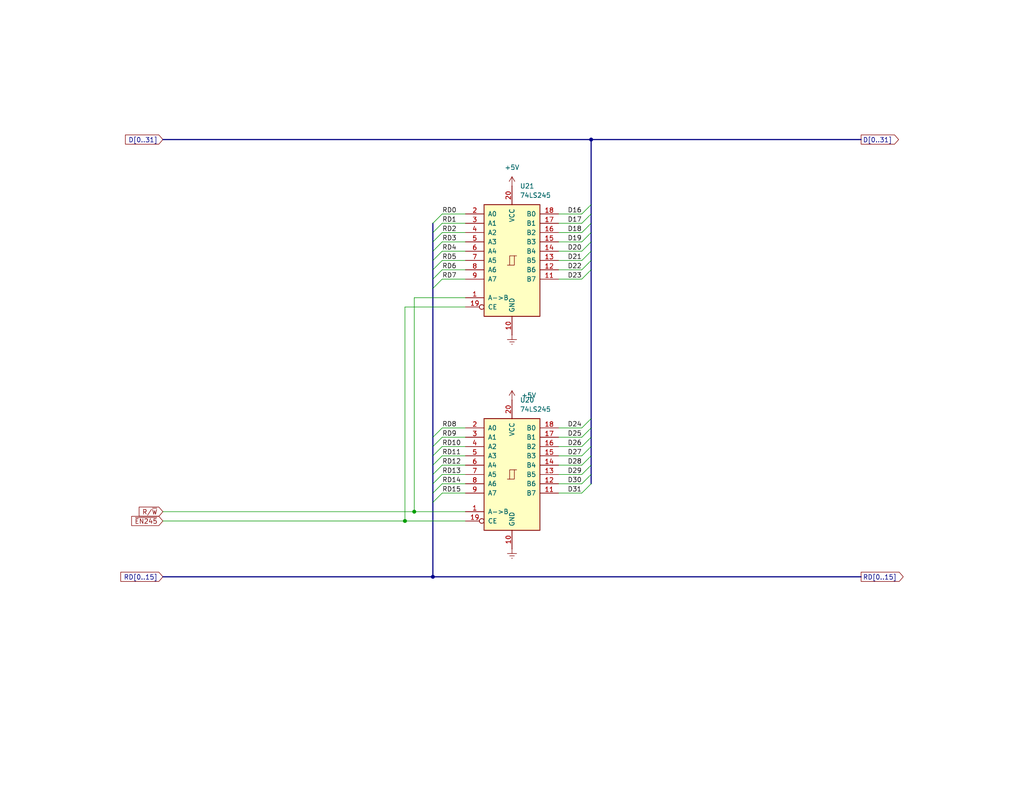
<source format=kicad_sch>
(kicad_sch (version 20250114) (generator "eeschema") (generator_version "9.0")
  (paper "USLetter")
  (title_block (title "Macintosh Classic II Revision B") (date "2025-06-04") (company "Apple Computer") (comment 1 "drawn by Bradley Bell"))
  (lib_symbols
    (symbol "74xx:74LS245" (pin_names (offset 1.016))
      (property "Reference" "U" (at -7.62 16.51 0))
      (property "Value" "74LS245" (at -7.62 -16.51 0))
      (symbol "74LS245_1_0"
        (polyline (pts (xy -1.27 -1.27) (xy 0.635 -1.27) (xy 0.635 1.27) (xy 1.27 1.27)))
        (polyline (pts (xy -0.635 -1.27) (xy -0.635 1.27) (xy 0.635 1.27)))
        (pin tri_state line (at -12.7 12.7 0) (length 5.08) (name "A0") (number "2"))
        (pin tri_state line (at -12.7 10.16 0) (length 5.08) (name "A1") (number "3"))
        (pin tri_state line (at -12.7 7.62 0) (length 5.08) (name "A2") (number "4"))
        (pin tri_state line (at -12.7 5.08 0) (length 5.08) (name "A3") (number "5"))
        (pin tri_state line (at -12.7 2.54 0) (length 5.08) (name "A4") (number "6"))
        (pin tri_state line (at -12.7 0 0) (length 5.08) (name "A5") (number "7"))
        (pin tri_state line (at -12.7 -2.54 0) (length 5.08) (name "A6") (number "8"))
        (pin tri_state line (at -12.7 -5.08 0) (length 5.08) (name "A7") (number "9"))
        (pin input line (at -12.7 -10.16 0) (length 5.08) (name "A->B") (number "1"))
        (pin input inverted (at -12.7 -12.7 0) (length 5.08) (name "CE") (number "19"))
        (pin power_in line (at 0 20.32 270) (length 5.08) (name "VCC") (number "20"))
        (pin power_in line (at 0 -20.32 90) (length 5.08) (name "GND") (number "10"))
        (pin tri_state line (at 12.7 12.7 180) (length 5.08) (name "B0") (number "18"))
        (pin tri_state line (at 12.7 10.16 180) (length 5.08) (name "B1") (number "17"))
        (pin tri_state line (at 12.7 7.62 180) (length 5.08) (name "B2") (number "16"))
        (pin tri_state line (at 12.7 5.08 180) (length 5.08) (name "B3") (number "15"))
        (pin tri_state line (at 12.7 2.54 180) (length 5.08) (name "B4") (number "14"))
        (pin tri_state line (at 12.7 0 180) (length 5.08) (name "B5") (number "13"))
        (pin tri_state line (at 12.7 -2.54 180) (length 5.08) (name "B6") (number "12"))
        (pin tri_state line (at 12.7 -5.08 180) (length 5.08) (name "B7") (number "11"))
      )
      (symbol "74LS245_1_1"
        (rectangle (start -7.62 15.24) (end 7.62 -15.24) (stroke (width 0.254)) (fill (type background)))
      )
    )
    (symbol "power:+5V" (power) (pin_numbers (hide yes)) (pin_names (offset 0) (hide yes))
      (property "Value" "+5V" (at 0 3.556 0))
      (symbol "+5V_0_1"
        (polyline (pts (xy -0.762 1.27) (xy 0 2.54)))
        (polyline (pts (xy 0 2.54) (xy 0.762 1.27)))
        (polyline (pts (xy 0 0) (xy 0 2.54)))
      )
      (symbol "+5V_1_1"
        (pin power_in line (at 0 0 90) (length 0) (name "~") (number "1"))
      )
    )
    (symbol "power:GNDREF" (power) (pin_numbers (hide yes)) (pin_names (offset 0) (hide yes))
      (property "Value" "GNDREF" (at 0 -3.81 0))
      (symbol "GNDREF_0_1"
        (polyline (pts (xy -0.635 -1.905) (xy 0.635 -1.905)))
        (polyline (pts (xy -0.127 -2.54) (xy 0.127 -2.54)))
        (polyline (pts (xy 0 -1.27) (xy 0 0)))
        (polyline (pts (xy 1.27 -1.27) (xy -1.27 -1.27)))
      )
      (symbol "GNDREF_1_1"
        (pin power_in line (at 0 0 270) (length 0) (name "~") (number "1"))
      )
    )
  )
  (junction (at 118.11 157.48))
  (junction (at 110.49 142.24))
  (junction (at 113.03 139.7))
  (junction (at 161.29 38.1))
  (bus_entry (at 158.75 71.12) (size 2.54 -2.54))
  (bus_entry (at 158.75 68.58) (size 2.54 -2.54))
  (bus_entry (at 120.65 71.12) (size -2.54 2.54))
  (bus_entry (at 158.75 124.46) (size 2.54 -2.54))
  (bus_entry (at 158.75 134.62) (size 2.54 -2.54))
  (bus_entry (at 120.65 63.5) (size -2.54 2.54))
  (bus_entry (at 120.65 129.54) (size -2.54 2.54))
  (bus_entry (at 158.75 76.2) (size 2.54 -2.54))
  (bus_entry (at 158.75 129.54) (size 2.54 -2.54))
  (bus_entry (at 158.75 63.5) (size 2.54 -2.54))
  (bus_entry (at 120.65 116.84) (size -2.54 2.54))
  (bus_entry (at 120.65 121.92) (size -2.54 2.54))
  (bus_entry (at 158.75 60.96) (size 2.54 -2.54))
  (bus_entry (at 120.65 132.08) (size -2.54 2.54))
  (bus_entry (at 120.65 134.62) (size -2.54 2.54))
  (bus_entry (at 158.75 116.84) (size 2.54 -2.54))
  (bus_entry (at 158.75 119.38) (size 2.54 -2.54))
  (bus_entry (at 120.65 127) (size -2.54 2.54))
  (bus_entry (at 158.75 73.66) (size 2.54 -2.54))
  (bus_entry (at 158.75 127) (size 2.54 -2.54))
  (bus_entry (at 120.65 58.42) (size -2.54 2.54))
  (bus_entry (at 120.65 76.2) (size -2.54 2.54))
  (bus_entry (at 158.75 66.04) (size 2.54 -2.54))
  (bus_entry (at 120.65 124.46) (size -2.54 2.54))
  (bus_entry (at 120.65 68.58) (size -2.54 2.54))
  (bus_entry (at 158.75 132.08) (size 2.54 -2.54))
  (bus_entry (at 120.65 73.66) (size -2.54 2.54))
  (bus_entry (at 158.75 58.42) (size 2.54 -2.54))
  (bus_entry (at 120.65 119.38) (size -2.54 2.54))
  (bus_entry (at 120.65 60.96) (size -2.54 2.54))
  (bus_entry (at 158.75 121.92) (size 2.54 -2.54))
  (bus_entry (at 120.65 66.04) (size -2.54 2.54))
  (bus (pts (xy 118.11 119.38) (xy 118.11 121.92)))
  (bus (pts (xy 161.29 60.96) (xy 161.29 58.42)))
  (wire (pts (xy 113.03 139.7) (xy 44.45 139.7)))
  (wire (pts (xy 152.4 66.04) (xy 158.75 66.04)))
  (wire (pts (xy 113.03 81.28) (xy 113.03 139.7)))
  (wire (pts (xy 110.49 83.82) (xy 127 83.82)))
  (bus (pts (xy 118.11 78.74) (xy 118.11 76.2)))
  (bus (pts (xy 161.29 121.92) (xy 161.29 124.46)))
  (wire (pts (xy 152.4 76.2) (xy 158.75 76.2)))
  (bus (pts (xy 118.11 63.5) (xy 118.11 66.04)))
  (wire (pts (xy 127 81.28) (xy 113.03 81.28)))
  (wire (pts (xy 44.45 142.24) (xy 110.49 142.24)))
  (wire (pts (xy 120.65 73.66) (xy 127 73.66)))
  (wire (pts (xy 120.65 129.54) (xy 127 129.54)))
  (wire (pts (xy 152.4 134.62) (xy 158.75 134.62)))
  (bus (pts (xy 44.45 38.1) (xy 161.29 38.1)))
  (wire (pts (xy 152.4 68.58) (xy 158.75 68.58)))
  (wire (pts (xy 120.65 66.04) (xy 127 66.04)))
  (bus (pts (xy 118.11 157.48) (xy 234.95 157.48)))
  (wire (pts (xy 127 142.24) (xy 110.49 142.24)))
  (bus (pts (xy 118.11 127) (xy 118.11 124.46)))
  (wire (pts (xy 152.4 73.66) (xy 158.75 73.66)))
  (wire (pts (xy 120.65 68.58) (xy 127 68.58)))
  (wire (pts (xy 120.65 132.08) (xy 127 132.08)))
  (bus (pts (xy 161.29 38.1) (xy 234.95 38.1)))
  (bus (pts (xy 44.45 157.48) (xy 118.11 157.48)))
  (wire (pts (xy 152.4 63.5) (xy 158.75 63.5)))
  (wire (pts (xy 120.65 121.92) (xy 127 121.92)))
  (bus (pts (xy 161.29 114.3) (xy 161.29 116.84)))
  (wire (pts (xy 152.4 121.92) (xy 158.75 121.92)))
  (wire (pts (xy 152.4 71.12) (xy 158.75 71.12)))
  (bus (pts (xy 161.29 71.12) (xy 161.29 73.66)))
  (bus (pts (xy 118.11 68.58) (xy 118.11 71.12)))
  (bus (pts (xy 118.11 127) (xy 118.11 129.54)))
  (wire (pts (xy 152.4 124.46) (xy 158.75 124.46)))
  (bus (pts (xy 161.29 116.84) (xy 161.29 119.38)))
  (bus (pts (xy 161.29 63.5) (xy 161.29 66.04)))
  (wire (pts (xy 110.49 83.82) (xy 110.49 142.24)))
  (bus (pts (xy 161.29 127) (xy 161.29 129.54)))
  (wire (pts (xy 120.65 71.12) (xy 127 71.12)))
  (wire (pts (xy 120.65 60.96) (xy 127 60.96)))
  (wire (pts (xy 120.65 119.38) (xy 127 119.38)))
  (bus (pts (xy 118.11 76.2) (xy 118.11 73.66)))
  (wire (pts (xy 120.65 76.2) (xy 127 76.2)))
  (bus (pts (xy 118.11 66.04) (xy 118.11 68.58)))
  (bus (pts (xy 118.11 137.16) (xy 118.11 134.62)))
  (wire (pts (xy 127 139.7) (xy 113.03 139.7)))
  (bus (pts (xy 118.11 63.5) (xy 118.11 60.96)))
  (bus (pts (xy 161.29 124.46) (xy 161.29 127)))
  (wire (pts (xy 152.4 60.96) (xy 158.75 60.96)))
  (bus (pts (xy 161.29 55.88) (xy 161.29 38.1)))
  (wire (pts (xy 120.65 134.62) (xy 127 134.62)))
  (wire (pts (xy 152.4 127) (xy 158.75 127)))
  (bus (pts (xy 118.11 157.48) (xy 118.11 137.16)))
  (wire (pts (xy 152.4 129.54) (xy 158.75 129.54)))
  (bus (pts (xy 161.29 114.3) (xy 161.29 73.66)))
  (wire (pts (xy 120.65 124.46) (xy 127 124.46)))
  (wire (pts (xy 152.4 119.38) (xy 158.75 119.38)))
  (bus (pts (xy 118.11 121.92) (xy 118.11 124.46)))
  (bus (pts (xy 118.11 134.62) (xy 118.11 132.08)))
  (bus (pts (xy 161.29 63.5) (xy 161.29 60.96)))
  (bus (pts (xy 161.29 58.42) (xy 161.29 55.88)))
  (wire (pts (xy 120.65 58.42) (xy 127 58.42)))
  (wire (pts (xy 152.4 58.42) (xy 158.75 58.42)))
  (bus (pts (xy 118.11 129.54) (xy 118.11 132.08)))
  (bus (pts (xy 161.29 129.54) (xy 161.29 132.08)))
  (bus (pts (xy 161.29 66.04) (xy 161.29 68.58)))
  (wire (pts (xy 120.65 63.5) (xy 127 63.5)))
  (wire (pts (xy 152.4 116.84) (xy 158.75 116.84)))
  (bus (pts (xy 161.29 119.38) (xy 161.29 121.92)))
  (wire (pts (xy 120.65 116.84) (xy 127 116.84)))
  (bus (pts (xy 118.11 71.12) (xy 118.11 73.66)))
  (wire (pts (xy 152.4 132.08) (xy 158.75 132.08)))
  (bus (pts (xy 118.11 119.38) (xy 118.11 78.74)))
  (wire (pts (xy 120.65 127) (xy 127 127)))
  (bus (pts (xy 161.29 68.58) (xy 161.29 71.12)))
  (label "RD13" (at 120.65 129.54 0))
  (label "RD0" (at 120.65 58.42 0))
  (label "D23" (at 158.75 76.2 180))
  (label "RD10" (at 120.65 121.92 0))
  (label "D21" (at 158.75 71.12 180))
  (label "D19" (at 158.75 66.04 180))
  (label "D22" (at 158.75 73.66 180))
  (label "RD2" (at 120.65 63.5 0))
  (label "RD15" (at 120.65 134.62 0))
  (label "D26" (at 158.75 121.92 180))
  (label "RD9" (at 120.65 119.38 0))
  (label "D20" (at 158.75 68.58 180))
  (label "D24" (at 158.75 116.84 180))
  (label "RD6" (at 120.65 73.66 0))
  (label "D27" (at 158.75 124.46 180))
  (label "RD7" (at 120.65 76.2 0))
  (label "D28" (at 158.75 127 180))
  (label "RD4" (at 120.65 68.58 0))
  (label "RD12" (at 120.65 127 0))
  (label "D25" (at 158.75 119.38 180))
  (label "RD1" (at 120.65 60.96 0))
  (label "RD5" (at 120.65 71.12 0))
  (label "RD11" (at 120.65 124.46 0))
  (label "D31" (at 158.75 134.62 180))
  (label "D16" (at 158.75 58.42 180))
  (label "RD14" (at 120.65 132.08 0))
  (label "D17" (at 158.75 60.96 180))
  (label "D30" (at 158.75 132.08 180))
  (label "RD3" (at 120.65 66.04 0))
  (label "D18" (at 158.75 63.5 180))
  (label "D29" (at 158.75 129.54 180))
  (label "RD8" (at 120.65 116.84 0))
  (global_label "RD[0..15]" (shape output) (at 234.95 157.48 0) (property "Intersheetrefs" "${INTERSHEET_REFS}" (at 248.2162 157.48 0) (effects (justify left))))
  (global_label "~{EN245}" (shape input) (at 44.45 142.24 180) (property "Intersheetrefs" "${INTERSHEET_REFS}" (at 35.1753 142.24 0) (effects (justify right))))
  (global_label "D[0..31]" (shape output) (at 234.95 38.1 0) (property "Intersheetrefs" "${INTERSHEET_REFS}" (at 245.7367 38.1 0) (effects (justify left))))
  (global_label "R{slash}~{W}" (shape input) (at 44.45 139.7 180) (property "Intersheetrefs" "${INTERSHEET_REFS}" (at 37.4129 139.7 0) (effects (justify right))))
  (global_label "RD[0..15]" (shape input) (at 44.45 157.48 180) (property "Intersheetrefs" "${INTERSHEET_REFS}" (at 32.3933 157.48 0) (effects (justify right))))
  (global_label "D[0..31]" (shape input) (at 44.45 38.1 180) (property "Intersheetrefs" "${INTERSHEET_REFS}" (at 33.6633 38.1 0) (effects (justify right))))
  (symbol (lib_id "power:+5V") (at 139.7 50.8 0) (mirror y) (unit 1)
    (property "Reference" "#PWR070" (effects (hide yes)))
    (property "Value" "+5V" (at 139.7 45.72 0))
    (property "Description" "Power symbol creates a global label with name \"+5V\"" (effects (hide yes)))
  )
  (symbol (lib_id "74xx:74LS245") (at 139.7 71.12 0) (unit 1)
    (property "Reference" "U21" (at 141.8433 50.8 0) (effects (justify left)))
    (property "Value" "74LS245" (at 141.8433 53.34 0) (effects (justify left)))
    (property "Footprint" "MyPackage:SOIC-20W_7.5x12.8mm_P1.27mm_oval" (effects (hide yes)))
    (property "Datasheet" "http://www.ti.com/lit/gpn/sn74LS245" (effects (hide yes)))
    (property "Description" "Octal BUS Transceivers, 3-State outputs" (effects (hide yes)))
  )
  (symbol (lib_id "power:GNDREF") (at 139.7 91.44 0) (unit 1)
    (property "Reference" "#PWR071" (effects (hide yes)))
    (property "Value" "GND" (effects (hide yes)))
    (property "Description" "Power symbol creates a global label with name \"GNDREF\" , reference supply ground" (effects (hide yes)))
  )
  (symbol (lib_id "74xx:74LS245") (at 139.7 129.54 0) (unit 1)
    (property "Reference" "U20" (at 141.8433 109.22 0) (effects (justify left)))
    (property "Value" "74LS245" (at 141.8433 111.76 0) (effects (justify left)))
    (property "Footprint" "MyPackage:SOIC-20W_7.5x12.8mm_P1.27mm_oval" (effects (hide yes)))
    (property "Datasheet" "http://www.ti.com/lit/gpn/sn74LS245" (effects (hide yes)))
    (property "Description" "Octal BUS Transceivers, 3-State outputs" (effects (hide yes)))
  )
  (symbol (lib_id "power:GNDREF") (at 139.7 149.86 0) (unit 1)
    (property "Reference" "#PWR0204" (effects (hide yes)))
    (property "Value" "GND" (effects (hide yes)))
    (property "Description" "Power symbol creates a global label with name \"GNDREF\" , reference supply ground" (effects (hide yes)))
  )
  (symbol (lib_id "power:+5V") (at 139.7 109.22 0) (mirror y) (unit 1)
    (property "Reference" "#PWR0203" (effects (hide yes)))
    (property "Value" "+5V" (at 142.24 107.9499 0) (effects (justify right)))
    (property "Description" "Power symbol creates a global label with name \"+5V\"" (effects (hide yes)))
  )
)
</source>
